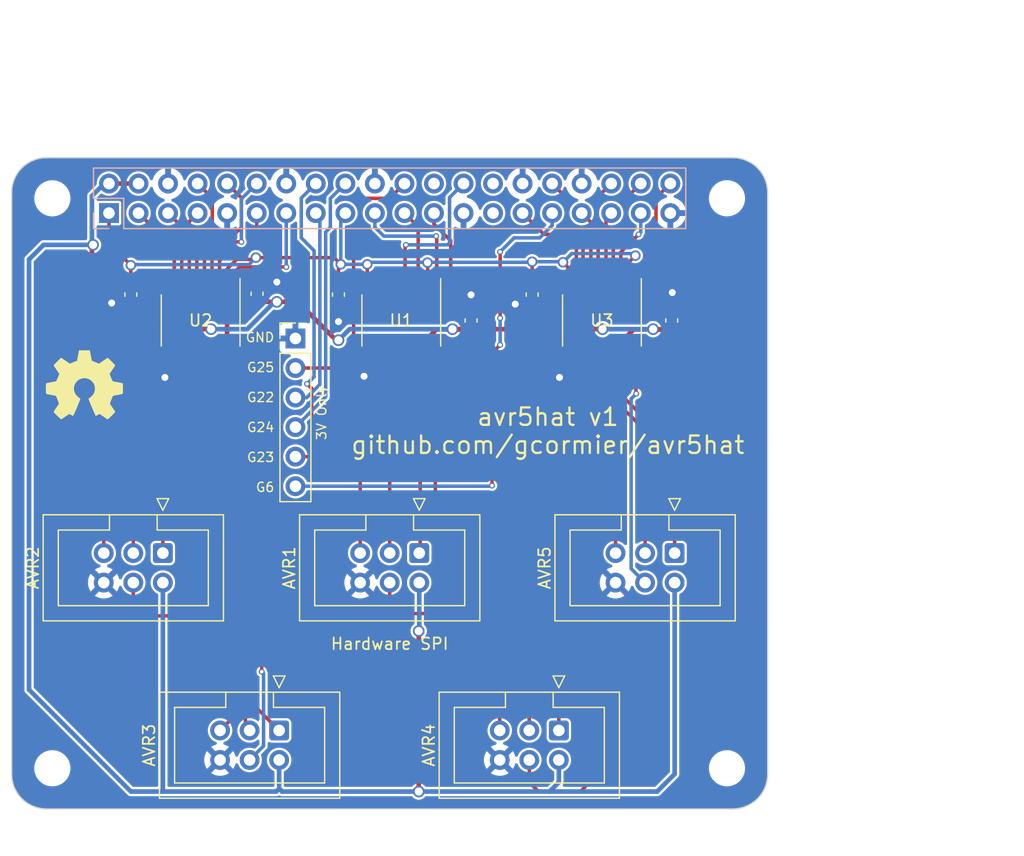
<source format=kicad_pcb>
(kicad_pcb (version 20211014) (generator pcbnew)
  (title_block (date "15 nov 2012"))
  (layers (0 "F.Cu" signal) (31 "B.Cu" signal) (34 "B.Paste" user) (35 "F.Paste" user) (36 "B.SilkS" user "B.Silkscreen") (37 "F.SilkS" user "F.Silkscreen") (38 "B.Mask" user) (39 "F.Mask" user) (44 "Edge.Cuts" user))
  (net 0 "")
  (net 1 "GND")
  (net 2 "MOSI_2")
  (net 3 "MISO_2")
  (net 4 "SCK_2")
  (net 5 "MOSI_3")
  (net 6 "MISO_3")
  (net 7 "RST_2")
  (net 8 "SCK_3")
  (net 9 "RST_3")
  (net 10 "/GPIO[24]")
  (net 11 "MOSI_1")
  (net 12 "MISO_1")
  (net 13 "RST_5")
  (net 14 "SCK_1")
  (net 15 "RST_1")
  (net 17 "/GPIO[8]{slash}SPI0.CE0")
  (net 19 "RST_4")
  (net 20 "MOSI_5")
  (net 21 "MISO_5")
  (net 22 "SCK_4")
  (net 23 "SCK_5")
  (net 24 "MISO_4")
  (net 25 "MOSI_4")
  (net 26 "MISO5_2")
  (net 27 "SCK5_2")
  (net 28 "MOSI5_2")
  (net 29 "RST5_2")
  (net 30 "+5V")
  (net 31 "+3V3")
  (net 32 "MISO5_3")
  (net 33 "SCK5_3")
  (net 34 "MOSI5_3")
  (net 35 "RST5_3")
  (net 36 "MISO5_4")
  (net 37 "SCK5_4")
  (net 38 "MOSI5_4")
  (net 39 "RST5_4")
  (net 40 "MISO5_5")
  (net 41 "SCK5_5")
  (net 42 "MOSI5_5")
  (net 43 "RST5_5")
  (net 44 "MISO5_1")
  (net 45 "SCK5_1")
  (net 46 "MOSI5_1")
  (net 47 "RST5_1")
  (net 56 "/GPIO[6]")
  (net 57 "/GPIO[25]")
  (net 58 "/GPIO[22]")
  (net 59 "/GPIO[23]")
  (footprint "MountingHole:MountingHole_2.7mm_M2.5" (layer "F.Cu") (at 161.5 47.5)
    (fp_text reference "MH2" hide)
    (fp_text value "MountingHole_2.7mm_M2.5" hide)
  )
  (footprint "Capacitor_SMD:C_0603_1608Metric" (layer "F.Cu") (at 144.75 55.775 -90)
    (fp_text reference "C5" hide)
    (fp_text value "0.1uF")
  )
  (footprint "Symbol:OSHW-Symbol_6.7x6mm_SilkScreen" (layer "F.Cu") (at 106.25 63.55)
    (fp_text reference "REF**" hide)
    (fp_text value "OSHW-Symbol_6.7x6mm_SilkScreen" hide)
  )
  (footprint "Package_SO:TSSOP-20_4.4x6.5mm_P0.65mm" (layer "F.Cu") (at 133.5 58 -90)
    (fp_text reference "U1")
    (fp_text value "TXS0108EPW")
  )
  (footprint "Package_SO:TSSOP-20_4.4x6.5mm_P0.65mm" (layer "F.Cu") (at 116.25 58 -90)
    (fp_text reference "U2")
    (fp_text value "TXS0108EPW")
  )
  (footprint "Capacitor_SMD:C_0603_1608Metric" (layer "F.Cu") (at 121.1 55.7 90)
    (fp_text reference "C4" hide)
    (fp_text value "0.1uF")
  )
  (footprint "Connector_IDC:IDC-Header_2x03_P2.54mm_Vertical" (layer "F.Cu") (at 157 78 -90)
    (fp_text reference "J6" hide)
    (fp_text value "AVR5")
  )
  (footprint "Connector_IDC:IDC-Header_2x03_P2.54mm_Vertical" (layer "F.Cu") (at 147.045 93.2475 -90)
    (fp_text reference "J2" hide)
    (fp_text value "AVR4")
  )
  (footprint "MountingHole:MountingHole_2.7mm_M2.5" (layer "F.Cu") (at 103.5 96.5)
    (fp_text reference "MH3" hide)
    (fp_text value "MountingHole_2.7mm_M2.5" hide)
  )
  (footprint "Capacitor_SMD:C_0603_1608Metric" (layer "F.Cu") (at 110.25 55.775 -90)
    (fp_text reference "C2" hide)
    (fp_text value "0.1uF")
  )
  (footprint "MountingHole:MountingHole_2.7mm_M2.5" (layer "F.Cu") (at 103.5 47.5)
    (fp_text reference "MH1" hide)
    (fp_text value "MountingHole_2.7mm_M2.5" hide)
  )
  (footprint "Capacitor_SMD:C_0603_1608Metric" (layer "F.Cu") (at 139.5 58 90)
    (fp_text reference "C3" hide)
    (fp_text value "0.1uF")
  )
  (footprint "Capacitor_SMD:C_0603_1608Metric" (layer "F.Cu") (at 128.1 55.775 -90)
    (fp_text reference "C1" hide)
    (fp_text value "0.1uF")
  )
  (footprint "Connector_IDC:IDC-Header_2x03_P2.54mm_Vertical" (layer "F.Cu") (at 123 93.2475 -90)
    (fp_text reference "J4" hide)
    (fp_text value "AVR3")
  )
  (footprint "MountingHole:MountingHole_2.7mm_M2.5" (layer "F.Cu") (at 161.5 96.5)
    (fp_text reference "MH4" hide)
    (fp_text value "MountingHole_2.7mm_M2.5" hide)
  )
  (footprint "Capacitor_SMD:C_0603_1608Metric" (layer "F.Cu") (at 156.75 58 90)
    (fp_text reference "C6" hide)
    (fp_text value "0.1uF")
  )
  (footprint "Connector_PinHeader_2.54mm:PinHeader_1x06_P2.54mm_Vertical" (layer "F.Cu") (at 124.4 59.55)
    (fp_text reference "J7" hide)
    (fp_text value "Aux")
  )
  (footprint "Connector_IDC:IDC-Header_2x03_P2.54mm_Vertical" (layer "F.Cu") (at 113 78 -90)
    (fp_text reference "J3" hide)
    (fp_text value "AVR2")
  )
  (footprint "Package_SO:TSSOP-20_4.4x6.5mm_P0.65mm" (layer "F.Cu") (at 150.75 58 -90)
    (fp_text reference "U3")
    (fp_text value "TXS0108EPW")
  )
  (footprint "Connector_IDC:IDC-Header_2x03_P2.54mm_Vertical" (layer "F.Cu") (at 135.045 78 -90)
    (fp_text reference "J5" hide)
    (fp_text value "AVR1")
  )
  (footprint "Connector_PinSocket_2.54mm:PinSocket_2x20_P2.54mm_Vertical" (layer "B.Cu") (at 108.37 48.77 -90)
    (fp_text reference "J1" hide)
    (fp_text value "GPIO")
  )
  (gr_arc (start 162 44) (mid 164.12132 44.87868) (end 165 47) (layer "Edge.Cuts") (width 0.1))
  (gr_line (start 165 97) (end 165 47) (layer "Edge.Cuts") (width 0.1))
  (gr_line (start 100 47) (end 100 81) (layer "Edge.Cuts") (width 0.1))
  (gr_arc (start 103 100) (mid 100.87868 99.12132) (end 100 97) (layer "Edge.Cuts") (width 0.1))
  (gr_line (start 103 100) (end 162 100) (layer "Edge.Cuts") (width 0.1))
  (gr_arc (start 165 97) (mid 164.12132 99.12132) (end 162 100) (layer "Edge.Cuts") (width 0.1))
  (gr_arc (start 100 47) (mid 100.87868 44.87868) (end 103 44) (layer "Edge.Cuts") (width 0.1))
  (gr_line (start 100 81) (end 100 97) (layer "Edge.Cuts") (width 0.1))
  (gr_line (start 162 44) (end 103 44) (layer "Edge.Cuts") (width 0.1))
  (gr_text "Hardware SPI" (at 132.5 85.8) (layer "F.SilkS") (effects (font (size 1 1))))
  (gr_text "3V Only" (at 126.65 65.95 90) (layer "F.SilkS") (effects (font (size 0.8 0.8) (thickness 0.12))))
  (gr_text "avr5hat v1\ngithub.com/gcormier/avr5hat" (at 146.1 67.5) (layer "F.SilkS") (effects (font (size 1.5 1.5) (thickness 0.2))))
  (gr_text "GND\n\nG25\n\nG22\n\nG24\n\nG23\n\nG6" (at 122.65 65.9) (layer "F.SilkS") (effects (font (size 0.8 0.8) (thickness 0.12)) (justify right)))
  (segment (start 121.1 54.925) (end 122.575 54.925) (width 0.3) (layer "F.Cu") (net 1))
  (segment (start 128.1 58.1) (end 128.1 56.55) (width 0.3) (layer "F.Cu") (net 1))
  (segment (start 147.825 60.8625) (end 147.825 62.175) (width 0.3) (layer "F.Cu") (net 1))
  (segment (start 110.25 56.55) (end 108.65 56.55) (width 0.3) (layer "F.Cu") (net 1))
  (segment (start 108.65 56.55) (end 108.6 56.5) (width 0.3) (layer "F.Cu") (net 1))
  (segment (start 122.575 54.925) (end 122.8 54.7) (width 0.3) (layer "F.Cu") (net 1))
  (segment (start 130.575 62.525) (end 130.3 62.8) (width 0.3) (layer "F.Cu") (net 1))
  (segment (start 139.5 57.225) (end 139.5 55.8) (width 0.3) (layer "F.Cu") (net 1))
  (segment (start 113.325 60.8625) (end 113.325 62.7505) (width 0.3) (layer "F.Cu") (net 1))
  (segment (start 144.75 56.55) (end 143.35 56.55) (width 0.3) (layer "F.Cu") (net 1))
  (segment (start 143.35 56.55) (end 143.3 56.6) (width 0.3) (layer "F.Cu") (net 1))
  (segment (start 156.75 57.225) (end 156.75 55.65) (width 0.3) (layer "F.Cu") (net 1))
  (segment (start 156.75 55.65) (end 156.8 55.6) (width 0.3) (layer "F.Cu") (net 1))
  (segment (start 147.825 62.175) (end 147.1 62.9) (width 0.3) (layer "F.Cu") (net 1))
  (segment (start 113.325 62.7505) (end 113.1755 62.9) (width 0.3) (layer "F.Cu") (net 1))
  (segment (start 130.575 60.8625) (end 130.575 62.525) (width 0.3) (layer "F.Cu") (net 1))
  (via (at 139.5 55.8) (size 0.9) (drill 0.6) (layers "F.Cu" "B.Cu") (net 1))
  (via (at 130.3 62.8) (size 0.9) (drill 0.6) (layers "F.Cu" "B.Cu") (net 1))
  (via (at 113.1755 62.9) (size 0.9) (drill 0.6) (layers "F.Cu" "B.Cu") (net 1))
  (via (at 143.3 56.6) (size 0.9) (drill 0.6) (layers "F.Cu" "B.Cu") (net 1))
  (via (at 128.1 58.1) (size 0.9) (drill 0.6) (layers "F.Cu" "B.Cu") (net 1))
  (via (at 122.8 54.7) (size 0.9) (drill 0.6) (layers "F.Cu" "B.Cu") (net 1))
  (via (at 147.1 62.9) (size 0.9) (drill 0.6) (layers "F.Cu" "B.Cu") (net 1))
  (via (at 108.6 56.5) (size 0.9) (drill 0.6) (layers "F.Cu" "B.Cu") (net 1))
  (via (at 156.8 55.6) (size 0.9) (drill 0.6) (layers "F.Cu" "B.Cu") (net 1))
  (segment (start 115.925 55.1375) (end 115.925 51.325) (width 0.3) (layer "F.Cu") (net 2))
  (segment (start 115.925 51.325) (end 117.25 50) (width 0.3) (layer "F.Cu") (net 2))
  (segment (start 117.25 50) (end 117.25 47.49) (width 0.3) (layer "F.Cu") (net 2))
  (segment (start 117.25 47.49) (end 115.99 46.23) (width 0.3) (layer "F.Cu") (net 2))
  (segment (start 115.275 49.485) (end 115.99 48.77) (width 0.3) (layer "F.Cu") (net 3))
  (segment (start 115.275 55.1375) (end 115.275 49.485) (width 0.3) (layer "F.Cu") (net 3))
  (segment (start 114.625 49.945) (end 114.625 55.1375) (width 0.3) (layer "F.Cu") (net 4))
  (segment (start 113.45 48.77) (end 114.625 49.945) (width 0.3) (layer "F.Cu") (net 4))
  (segment (start 123.61 53.41) (end 123.6 53.4) (width 0.3) (layer "F.Cu") (net 5))
  (segment (start 123.6 53.4) (end 119.6 53.4) (width 0.3) (layer "F.Cu") (net 5))
  (segment (start 119.175 53.825) (end 119.175 55.1375) (width 0.3) (layer "F.Cu") (net 5))
  (segment (start 119.6 53.4) (end 119.175 53.825) (width 0.3) (layer "F.Cu") (net 5))
  (via (at 123.61 53.41) (size 0.5) (drill 0.3) (layers "F.Cu" "B.Cu") (net 5))
  (segment (start 123.61 53.41) (end 123.61 48.77) (width 0.3) (layer "B.Cu") (net 5))
  (segment (start 121.07 48.77) (end 121.07 51.061371) (width 0.3) (layer "F.Cu") (net 6))
  (segment (start 119.881371 52.25) (end 118.5 52.25) (width 0.3) (layer "F.Cu") (net 6))
  (segment (start 117.875 52.875) (end 117.875 55.1375) (width 0.3) (layer "F.Cu") (net 6))
  (segment (start 118.5 52.25) (end 117.875 52.875) (width 0.3) (layer "F.Cu") (net 6))
  (segment (start 121.07 51.061371) (end 119.881371 52.25) (width 0.3) (layer "F.Cu") (net 6))
  (segment (start 113.975 51.835) (end 113.975 55.1375) (width 0.3) (layer "F.Cu") (net 7))
  (segment (start 110.91 48.77) (end 113.975 51.835) (width 0.3) (layer "F.Cu") (net 7))
  (segment (start 117.225 52.025) (end 117.225 55.1375) (width 0.3) (layer "F.Cu") (net 8))
  (segment (start 118 51.25) (end 117.225 52.025) (width 0.3) (layer "F.Cu") (net 8))
  (segment (start 119.75 51.25) (end 118 51.25) (width 0.3) (layer "F.Cu") (net 8))
  (via (at 119.75 51.25) (size 0.5) (drill 0.3) (layers "F.Cu" "B.Cu") (net 8))
  (segment (start 119.75 47.55) (end 119.75 51.25) (width 0.3) (layer "B.Cu") (net 8))
  (segment (start 121.07 46.23) (end 119.75 47.55) (width 0.3) (layer "B.Cu") (net 8))
  (segment (start 119.75 47.45) (end 118.53 46.23) (width 0.3) (layer "F.Cu") (net 9))
  (segment (start 119 50.75) (end 119.75 50) (width 0.3) (layer "F.Cu") (net 9))
  (segment (start 116.575 55.1375) (end 116.575 51.925) (width 0.3) (layer "F.Cu") (net 9))
  (segment (start 119.75 50) (end 119.75 47.45) (width 0.3) (layer "F.Cu") (net 9))
  (segment (start 116.575 51.925) (end 117.75 50.75) (width 0.3) (layer "F.Cu") (net 9))
  (segment (start 117.75 50.75) (end 119 50.75) (width 0.3) (layer "F.Cu") (net 9))
  (segment (start 127 64.57) (end 127 50.4) (width 0.3) (layer "B.Cu") (net 10))
  (segment (start 124.4 67.17) (end 127 64.57) (width 0.3) (layer "B.Cu") (net 10))
  (segment (start 127.4 50) (end 127.4 47.52) (width 0.3) (layer "B.Cu") (net 10))
  (segment (start 127 50.4) (end 127.4 50) (width 0.3) (layer "B.Cu") (net 10))
  (segment (start 127.4 47.52) (end 128.69 46.23) (width 0.3) (layer "B.Cu") (net 10))
  (segment (start 136.55 55.0125) (end 136.425 55.1375) (width 0.3) (layer "F.Cu") (net 11))
  (segment (start 136.5 50.75) (end 136.55 50.8) (width 0.3) (layer "F.Cu") (net 11))
  (segment (start 136.55 50.8) (end 136.55 55.0125) (width 0.3) (layer "F.Cu") (net 11))
  (via (at 136.5 50.75) (size 0.5) (drill 0.3) (layers "F.Cu" "B.Cu") (net 11))
  (segment (start 131.5 50.25) (end 132 50.75) (width 0.3) (layer "B.Cu") (net 11))
  (segment (start 131.23 49.98) (end 131.5 50.25) (width 0.3) (layer "B.Cu") (net 11))
  (segment (start 131.23 48.77) (end 131.23 49.98) (width 0.3) (layer "B.Cu") (net 11))
  (segment (start 132 50.75) (end 136.5 50.75) (width 0.3) (layer "B.Cu") (net 11))
  (segment (start 134.95 53.725) (end 135.125 53.9) (width 0.3) (layer "F.Cu") (net 12))
  (segment (start 134.95 49.95) (end 134.95 53.725) (width 0.3) (layer "F.Cu") (net 12))
  (segment (start 133.77 48.77) (end 134.95 49.95) (width 0.3) (layer "F.Cu") (net 12))
  (segment (start 135.125 53.9) (end 135.125 55.1375) (width 0.3) (layer "F.Cu") (net 12))
  (segment (start 151.1 55.1125) (end 151.075 55.1375) (width 0.3) (layer "F.Cu") (net 13))
  (segment (start 151.1 49.22) (end 151.1 55.1125) (width 0.3) (layer "F.Cu") (net 13))
  (segment (start 151.55 48.77) (end 151.1 49.22) (width 0.3) (layer "F.Cu") (net 13))
  (segment (start 137.75 51.151471) (end 137.75 56.5) (width 0.3) (layer "F.Cu") (net 14))
  (segment (start 136.31 48.77) (end 136.31 49.711471) (width 0.3) (layer "F.Cu") (net 14))
  (segment (start 134.475 56.475) (end 134.475 55.1375) (width 0.3) (layer "F.Cu") (net 14))
  (segment (start 137.75 56.5) (end 137.25 57) (width 0.3) (layer "F.Cu") (net 14))
  (segment (start 136.31 49.711471) (end 137.75 51.151471) (width 0.3) (layer "F.Cu") (net 14))
  (segment (start 137.25 57) (end 135 57) (width 0.3) (layer "F.Cu") (net 14))
  (segment (start 135 57) (end 134.475 56.475) (width 0.3) (layer "F.Cu") (net 14))
  (segment (start 133.825 51.575) (end 133.825 55.1375) (width 0.3) (layer "F.Cu") (net 15))
  (segment (start 133.9 51.5) (end 133.825 51.575) (width 0.3) (layer "F.Cu") (net 15))
  (via (at 133.9 51.5) (size 0.5) (drill 0.3) (layers "F.Cu" "B.Cu") (net 15))
  (segment (start 137.5 51.5) (end 137.65 51.35) (width 0.3) (layer "B.Cu") (net 15))
  (segment (start 133.9 51.5) (end 137.5 51.5) (width 0.3) (layer "B.Cu") (net 15))
  (segment (start 137.65 47.43) (end 138.85 46.23) (width 0.3) (layer "B.Cu") (net 15))
  (segment (start 137.65 51.35) (end 137.65 47.43) (width 0.3) (layer "B.Cu") (net 15))
  (segment (start 148.55 55.0625) (end 148.55 51.55) (width 0.3) (layer "F.Cu") (net 19))
  (segment (start 148.55 51.55) (end 147.6 50.6) (width 0.3) (layer "F.Cu") (net 19))
  (segment (start 147.6 50.6) (end 145.76 50.6) (width 0.3) (layer "F.Cu") (net 19))
  (segment (start 148.475 55.1375) (end 148.55 55.0625) (width 0.3) (layer "F.Cu") (net 19))
  (segment (start 145.76 50.6) (end 143.93 48.77) (width 0.3) (layer "F.Cu") (net 19))
  (segment (start 155.4 51.8) (end 155.4 47.46) (width 0.3) (layer "F.Cu") (net 20))
  (segment (start 155.4 47.46) (end 156.63 46.23) (width 0.3) (layer "F.Cu") (net 20))
  (segment (start 153.675 53.525) (end 155.4 51.8) (width 0.3) (layer "F.Cu") (net 20))
  (segment (start 153.675 55.1375) (end 153.675 53.525) (width 0.3) (layer "F.Cu") (net 20))
  (segment (start 152.375 55.1375) (end 152.375 52.125) (width 0.3) (layer "F.Cu") (net 21))
  (segment (start 152.375 52.125) (end 153.9 50.6) (width 0.3) (layer "F.Cu") (net 21))
  (via (at 153.9 50.6) (size 0.5) (drill 0.3) (layers "F.Cu" "B.Cu") (net 21))
  (segment (start 154.09 50.41) (end 153.9 50.6) (width 0.3) (layer "B.Cu") (net 21))
  (segment (start 154.09 48.77) (end 154.09 50.41) (width 0.3) (layer "B.Cu") (net 21))
  (segment (start 149.125 55.1375) (end 149.125 50.625) (width 0.3) (layer "F.Cu") (net 22))
  (segment (start 147.7 49.2) (end 147.7 47.46) (width 0.3) (layer "F.Cu") (net 22))
  (segment (start 147.7 47.46) (end 146.47 46.23) (width 0.3) (layer "F.Cu") (net 22))
  (segment (start 149.125 50.625) (end 147.7 49.2) (width 0.3) (layer "F.Cu") (net 22))
  (segment (start 152.8 47.52) (end 154.09 46.23) (width 0.3) (layer "F.Cu") (net 23))
  (segment (start 151.725 55.1375) (end 151.725 51.175) (width 0.3) (layer "F.Cu") (net 23))
  (segment (start 152.8 50.1) (end 152.8 47.52) (width 0.3) (layer "F.Cu") (net 23))
  (segment (start 151.725 51.175) (end 152.8 50.1) (width 0.3) (layer "F.Cu") (net 23))
  (segment (start 149.775 55.1375) (end 149.8 55.1125) (width 0.3) (layer "F.Cu") (net 24))
  (segment (start 149.8 55.1125) (end 149.8 49.56) (width 0.3) (layer "F.Cu") (net 24))
  (segment (start 149.8 49.56) (end 149.01 48.77) (width 0.3) (layer "F.Cu") (net 24))
  (segment (start 150.425 49.342057) (end 150.35 49.267057) (width 0.3) (layer "F.Cu") (net 25))
  (segment (start 150.35 47.43) (end 151.55 46.23) (width 0.3) (layer "F.Cu") (net 25))
  (segment (start 150.425 55.1375) (end 150.425 49.342057) (width 0.3) (layer "F.Cu") (net 25))
  (segment (start 150.35 49.267057) (end 150.35 47.43) (width 0.3) (layer "F.Cu") (net 25))
  (segment (start 115.275 65.725) (end 115.275 60.8625) (width 0.3) (layer "F.Cu") (net 26))
  (segment (start 113 68) (end 115.275 65.725) (width 0.3) (layer "F.Cu") (net 26))
  (segment (start 113 78) (end 113 68) (width 0.3) (layer "F.Cu") (net 26))
  (segment (start 110.46 78) (end 110.46 69.14) (width 0.3) (layer "F.Cu") (net 27))
  (segment (start 110.46 69.14) (end 114.625 64.975) (width 0.3) (layer "F.Cu") (net 27))
  (segment (start 114.625 64.975) (end 114.625 60.8625) (width 0.3) (layer "F.Cu") (net 27))
  (segment (start 110.46 82.76) (end 111.1 83.4) (width 0.3) (layer "F.Cu") (net 28))
  (segment (start 115.9 60.8875) (end 115.925 60.8625) (width 0.3) (layer "F.Cu") (net 28))
  (segment (start 111.1 83.4) (end 115 83.4) (width 0.3) (layer "F.Cu") (net 28))
  (segment (start 115 83.4) (end 115.9 82.5) (width 0.3) (layer "F.Cu") (net 28))
  (segment (start 115.9 82.5) (end 115.9 60.8875) (width 0.3) (layer "F.Cu") (net 28))
  (segment (start 110.46 80.54) (end 110.46 82.76) (width 0.3) (layer "F.Cu") (net 28))
  (segment (start 113.975 64.325) (end 113.975 60.8625) (width 0.3) (layer "F.Cu") (net 29))
  (segment (start 107.92 78) (end 107.92 70.38) (width 0.3) (layer "F.Cu") (net 29))
  (segment (start 107.92 70.38) (end 113.975 64.325) (width 0.3) (layer "F.Cu") (net 29))
  (segment (start 127.9 59.7) (end 124.6 56.4) (width 0.4) (layer "F.Cu") (net 30))
  (segment (start 136.525 58.775) (end 135.775 59.525) (width 0.4) (layer "F.Cu") (net 30))
  (segment (start 124.6 56.4) (end 122.8 56.4) (width 0.4) (layer "F.Cu") (net 30))
  (segment (start 135 84.7) (end 135 98.5) (width 0.4) (layer "F.Cu") (net 30))
  (segment (start 156.75 58.775) (end 153.475 58.775) (width 0.4) (layer "F.Cu") (net 30))
  (segment (start 153.475 58.775) (end 153.025 59.225) (width 0.4) (layer "F.Cu") (net 30))
  (segment (start 155.175 58.775) (end 156.75 58.775) (width 0.4) (layer "F.Cu") (net 30))
  (segment (start 118.525 58.075) (end 118.525 60.8625) (width 0.4) (layer "F.Cu") (net 30))
  (segment (start 121.175 56.4) (end 121.1 56.475) (width 0.4) (layer "F.Cu") (net 30))
  (segment (start 106.9 51.6) (end 107 51.5) (width 0.4) (layer "F.Cu") (net 30))
  (segment (start 106.9 58.1) (end 106.9 51.6) (width 0.4) (layer "F.Cu") (net 30))
  (segment (start 137.925 58.775) (end 139.5 58.775) (width 0.4) (layer "F.Cu") (net 30))
  (segment (start 121.1 56.475) (end 120.125 56.475) (width 0.4) (layer "F.Cu") (net 30))
  (segment (start 135.775 59.525) (end 135.775 60.8625) (width 0.4) (layer "F.Cu") (net 30))
  (segment (start 153.025 59.225) (end 153.025 60.8625) (width 0.4) (layer "F.Cu") (net 30))
  (segment (start 155.15 58.75) (end 155.175 58.775) (width 0.4) (layer "F.Cu") (net 30))
  (segment (start 117.15 58.75) (end 107.55 58.75) (width 0.4) (layer "F.Cu") (net 30))
  (segment (start 122.8 56.4) (end 121.175 56.4) (width 0.4) (layer "F.Cu") (net 30))
  (segment (start 107.55 58.75) (end 106.9 58.1) (width 0.4) (layer "F.Cu") (net 30))
  (segment (start 137.9 58.75) (end 150.8 58.75) (width 0.4) (layer "F.Cu") (net 30))
  (segment (start 120.125 56.475) (end 118.525 58.075) (width 0.4) (layer "F.Cu") (net 30))
  (segment (start 137.9 58.75) (end 137.925 58.775) (width 0.4) (layer "F.Cu") (net 30))
  (segment (start 108.37 46.23) (end 110.91 46.23) (width 0.4) (layer "F.Cu") (net 30))
  (segment (start 128.1 59.7) (end 127.9 59.7) (width 0.4) (layer "F.Cu") (net 30))
  (segment (start 139.5 58.775) (end 136.525 58.775) (width 0.4) (layer "F.Cu") (net 30))
  (via (at 122.8 56.4) (size 1) (drill 0.7) (layers "F.Cu" "B.Cu") (net 30))
  (via (at 128.1 59.7) (size 1) (drill 0.7) (layers "F.Cu" "B.Cu") (net 30))
  (via (at 135 84.7) (size 1) (drill 0.7) (layers "F.Cu" "B.Cu") (net 30))
  (via (at 137.9 58.75) (size 1) (drill 0.7) (layers "F.Cu" "B.Cu") (net 30))
  (via (at 135 98.5) (size 1) (drill 0.7) (layers "F.Cu" "B.Cu") (net 30))
  (via (at 150.8 58.75) (size 1) (drill 0.7) (layers "F.Cu" "B.Cu") (net 30))
  (via (at 155.15 58.75) (size 1) (drill 0.7) (layers "F.Cu" "B.Cu") (net 30))
  (via (at 107 51.5) (size 1) (drill 0.7) (layers "F.Cu" "B.Cu") (net 30))
  (via (at 117.15 58.75) (size 1) (drill 0.7) (layers "F.Cu" "B.Cu") (net 30))
  (segment (start 157 97) (end 157 80.54) (width 0.4) (layer "B.Cu") (net 30))
  (segment (start 135.045 80.54) (end 135.045 84.655) (width 0.4) (layer "B.Cu") (net 30))
  (segment (start 129.05 58.75) (end 137.9 58.75) (width 0.4) (layer "B.Cu") (net 30))
  (segment (start 155.5 98.5) (end 157 97) (width 0.4) (layer "B.Cu") (net 30))
  (segment (start 102.75 51.5) (end 101.5 52.75) (width 0.4) (layer "B.Cu") (net 30))
  (segment (start 107 51.5) (end 102.75 51.5) (width 0.4) (layer "B.Cu") (net 30))
  (segment (start 101.5 52.75) (end 101.5 89.75) (width 0.4) (layer "B.Cu") (net 30))
  (segment (start 146.25 98.5) (end 155.5 98.5) (width 0.4) (layer "B.Cu") (net 30))
  (segment (start 123.25 98.5) (end 135 98.5) (width 0.4) (layer "B.Cu") (net 30))
  (segment (start 123 98.25) (end 123.25 98.5) (width 0.4) (layer "B.Cu") (net 30))
  (segment (start 113 98.5) (end 122.75 98.5) (width 0.4) (layer "B.Cu") (net 30))
  (segment (start 113 98.5) (end 113 80.54) (width 0.4) (layer "B.Cu") (net 30))
  (segment (start 147.045 97.705) (end 147.045 95.7875) (width 0.4) (layer "B.Cu") (net 30))
  (segment (start 120.25 58.75) (end 122.6 56.4) (width 0.4) (layer "B.Cu") (net 30))
  (segment (start 107.97 46.23) (end 108.37 46.23) (width 0.4) (layer "B.Cu") (net 30))
  (segment (start 135 98.5) (end 146.25 98.5) (width 0.4) (layer "B.Cu") (net 30))
  (segment (start 123 98) (end 123 95.7875) (width 0.4) (layer "B.Cu") (net 30))
  (segment (start 110.25 98.5) (end 113 98.5) (width 0.4) (layer "B.Cu") (net 30))
  (segment (start 122.75 98.5) (end 123 98.25) (width 0.4) (layer "B.Cu") (net 30))
  (segment (start 150.8 58.75) (end 155.15 58.75) (width 0.4) (layer "B.Cu") (net 30))
  (segment (start 117.15 58.75) (end 120.25 58.75) (width 0.4) (layer "B.Cu") (net 30))
  (segment (start 106.9 51.4) (end 106.9 47.3) (width 0.4) (layer "B.Cu") (net 30))
  (segment (start 107 51.5) (end 106.9 51.4) (width 0.4) (layer "B.Cu") (net 30))
  (segment (start 146.25 98.5) (end 147.045 97.705) (width 0.4) (layer "B.Cu") (net 30))
  (segment (start 101.5 89.75) (end 110.25 98.5) (width 0.4) (layer "B.Cu") (net 30))
  (segment (start 128.1 59.7) (end 129.05 58.75) (width 0.4) (layer "B.Cu") (net 30))
  (segment (start 135.045 84.655) (end 135 84.7) (width 0.4) (layer "B.Cu") (net 30))
  (segment (start 106.9 47.3) (end 107.97 46.23) (width 0.4) (layer "B.Cu") (net 30))
  (segment (start 122.6 56.4) (end 122.8 56.4) (width 0.4) (layer "B.Cu") (net 30))
  (segment (start 121 52.6) (end 120.85 52.75) (width 0.3) (layer "F.Cu") (net 31))
  (segment (start 128.3 53.175) (end 128.1 53.375) (width 0.3) (layer "F.Cu") (net 31))
  (segment (start 128.1 53.375) (end 128.1 55) (width 0.3) (layer "F.Cu") (net 31))
  (segment (start 108.37 51.37) (end 108.37 48.77) (width 0.3) (layer "F.Cu") (net 31))
  (segment (start 128.3 53.175) (end 127.725 52.6) (width 0.3) (layer "F.Cu") (net 31))
  (segment (start 110.25 55) (end 113.1875 55) (width 0.3) (layer "F.Cu") (net 31))
  (segment (start 135.775 53.0495) (end 135.775 55.1375) (width 0.3) (layer "F.Cu") (net 31))
  (segment (start 127.725 52.6) (end 121 52.6) (width 0.3) (layer "F.Cu") (net 31))
  (segment (start 110.25 53.25) (end 108.37 51.37) (width 0.3) (layer "F.Cu") (net 31))
  (segment (start 135.7505 53.025) (end 135.775 53.0495) (width 0.3) (layer "F.Cu") (net 31))
  (segment (start 119.35 52.75) (end 118.525 53.575) (width 0.3) (layer "F.Cu") (net 31))
  (segment (start 153.025 53.025) (end 153.025 55.1375) (width 0.3) (layer "F.Cu") (net 31))
  (segment (start 144.75 52.95) (end 144.75 55) (width 0.3) (layer "F.Cu") (net 31))
  (segment (start 147.4 53) (end 147.825 53.425) (width 0.3) (layer "F.Cu") (net 31))
  (segment (start 120.85 52.75) (end 119.35 52.75) (width 0.3) (layer "F.Cu") (net 31))
  (segment (start 113.1875 55) (end 113.325 55.1375) (width 0.3) (layer "F.Cu") (net 31))
  (segment (start 147.825 53.425) (end 147.825 55.1375) (width 0.3) (layer "F.Cu") (net 31))
  (segment (start 130.575 53.175) (end 130.575 55.1375) (width 0.3) (layer "F.Cu") (net 31))
  (segment (start 153.625 52.425) (end 153.025 53.025) (width 0.3) (layer "F.Cu") (net 31))
  (segment (start 118.525 53.575) (end 118.525 55.1375) (width 0.3) (layer "F.Cu") (net 31))
  (segment (start 110.25 53.25) (end 110.25 55) (width 0.3) (layer "F.Cu") (net 31))
  (via (at 128.3 53.175) (size 0.9) (drill 0.6) (layers "F.Cu" "B.Cu") (net 31))
  (via (at 144.75 52.95) (size 0.9) (drill 0.6) (layers "F.Cu" "B.Cu") (net 31))
  (via (at 110.25 53.25) (size 0.9) (drill 0.6) (layers "F.Cu" "B.Cu") (net 31))
  (via (at 135.7505 53.025) (size 0.9) (drill 0.6) (layers "F.Cu" "B.Cu") (net 31))
  (via (at 130.575 53.175) (size 0.9) (drill 0.6) (layers "F.Cu" "B.Cu") (net 31))
  (via (at 121 52.6) (size 0.9) (drill 0.6) (layers "F.Cu" "B.Cu") (net 31))
  (via (at 147.4 53) (size 0.9) (drill 0.6) (layers "F.Cu" "B.Cu") (net 31))
  (via (at 153.625 52.425) (size 0.9) (drill 0.6) (layers "F.Cu" "B.Cu") (net 31))
  (segment (start 153.625 52.425) (end 153.45 52.25) (width 0.3) (layer "B.Cu") (net 31))
  (segment (start 128.3 49.16) (end 128.69 48.77) (width 0.3) (layer "B.Cu") (net 31))
  (segment (start 130.575 53.175) (end 130.75 53) (width 0.3) (layer "B.Cu") (net 31))
  (segment (start 121 52.6) (end 120.4 53.2) (width 0.3) (layer "B.Cu") (net 31))
  (segment (start 128.3 53.175) (end 128.3 49.16) (width 0.3) (layer "B.Cu") (net 31))
  (segment (start 144.75 52.95) (end 144.7 53) (width 0.3) (layer "B.Cu") (net 31))
  (segment (start 130.75 53) (end 135.7255 53) (width 0.3) (layer "B.Cu") (net 31))
  (segment (start 148.15 52.25) (end 147.4 53) (width 0.3) (layer "B.Cu") (net 31))
  (segment (start 153.45 52.25) (end 148.15 52.25) (width 0.3) (layer "B.Cu") (net 31))
  (segment (start 135.7255 53) (end 135.7505 53.025) (width 0.3) (layer "B.Cu") (net 31))
  (segment (start 135.7755 53) (end 135.7505 53.025) (width 0.3) (layer "B.Cu") (net 31))
  (segment (start 147.4 53) (end 147.35 52.95) (width 0.3) (layer "B.Cu") (net 31))
  (segment (start 144.7 53) (end 135.7755 53) (width 0.3) (layer "B.Cu") (net 31))
  (segment (start 128.3 53.175) (end 130.575 53.175) (width 0.3) (layer "B.Cu") (net 31))
  (segment (start 110.3 53.2) (end 110.25 53.25) (width 0.3) (layer "B.Cu") (net 31))
  (segment (start 120.4 53.2) (end 110.3 53.2) (width 0.3) (layer "B.Cu") (net 31))
  (segment (start 147.35 52.95) (end 144.75 52.95) (width 0.3) (layer "B.Cu") (net 31))
  (segment (start 120.8 91.0475) (end 123 93.2475) (width 0.3) (layer "F.Cu") (net 32))
  (segment (start 120.8 65.9) (end 120.8 91.0475) (width 0.3) (layer "F.Cu") (net 32))
  (segment (start 117.875 60.8625) (end 117.875 62.975) (width 0.3) (layer "F.Cu") (net 32))
  (segment (start 117.875 62.975) (end 120.8 65.9) (width 0.3) (layer "F.Cu") (net 32))
  (segment (start 120.1 92.8875) (end 120.46 93.2475) (width 0.3) (layer "F.Cu") (net 33))
  (segment (start 117.225 63.225) (end 120.1 66.1) (width 0.3) (layer "F.Cu") (net 33))
  (segment (start 117.225 60.8625) (end 117.225 63.225) (width 0.3) (layer "F.Cu") (net 33))
  (segment (start 120.1 66.1) (end 120.1 92.8875) (width 0.3) (layer "F.Cu") (net 33))
  (segment (start 121.5 65.1) (end 121.5 88.2) (width 0.3) (layer "F.Cu") (net 34))
  (segment (start 119.175 62.775) (end 121.5 65.1) (width 0.3) (layer "F.Cu") (net 34))
  (segment (start 119.175 60.8625) (end 119.175 62.775) (width 0.3) (layer "F.Cu") (net 34))
  (via (at 121.5 88.2) (size 0.5) (drill 0.3) (layers "F.Cu" "B.Cu") (net 34))
  (segment (start 121.66 94.5875) (end 120.46 95.7875) (width 0.3) (layer "B.Cu") (net 34))
  (segment (start 121.66 88.36) (end 121.66 94.5875) (width 0.3) (layer "B.Cu") (net 34))
  (segment (start 121.5 88.2) (end 121.66 88.36) (width 0.3) (layer "B.Cu") (net 34))
  (segment (start 119.4 66.2) (end 119.4 91.7675) (width 0.3) (layer "F.Cu") (net 35))
  (segment (start 119.4 91.7675) (end 117.92 93.2475) (width 0.3) (layer "F.Cu") (net 35))
  (segment (start 116.575 63.375) (end 119.4 66.2) (width 0.3) (layer "F.Cu") (net 35))
  (segment (start 116.575 60.8625) (end 116.575 63.375) (width 0.3) (layer "F.Cu") (net 35))
  (segment (start 147.045 67.155) (end 149.775 64.425) (width 0.3) (layer "F.Cu") (net 36))
  (segment (start 147.045 93.2475) (end 147.045 67.155) (width 0.3) (layer "F.Cu") (net 36))
  (segment (start 149.775 64.425) (end 149.775 60.8625) (width 0.3) (layer "F.Cu") (net 36))
  (segment (start 149.125 63.875) (end 144.5 68.5) (width 0.3) (layer "F.Cu") (net 37))
  (segment (start 144.5 93.2425) (end 144.505 93.2475) (width 0.3) (layer "F.Cu") (net 37))
  (segment (start 149.125 60.8625) (end 149.125 63.875) (width 0.3) (layer "F.Cu") (net 37))
  (segment (start 144.5 68.5) (end 144.5 93.2425) (width 0.3) (layer "F.Cu") (net 37))
  (segment (start 150.425 60.8625) (end 150.425 64.975) (width 0.3) (layer "F.Cu") (net 38))
  (segment (start 145.3 98.5) (end 144.505 97.705) (width 0.3) (layer "F.Cu") (net 38))
  (segment (start 150.425 64.975) (end 149.3 66.1) (width 0.3) (layer "F.Cu") (net 38))
  (segment (start 144.505 97.705) (end 144.505 95.7875) (width 0.3) (layer "F.Cu") (net 38))
  (segment (start 149.3 66.1) (end 149.3 98.1) (width 0.3) (layer "F.Cu") (net 38))
  (segment (start 148.9 98.5) (end 145.3 98.5) (width 0.3) (layer "F.Cu") (net 38))
  (segment (start 149.3 98.1) (end 148.9 98.5) (width 0.3) (layer "F.Cu") (net 38))
  (segment (start 148.475 63.225) (end 141.965 69.735) (width 0.3) (layer "F.Cu") (net 39))
  (segment (start 141.965 69.735) (end 141.965 93.2475) (width 0.3) (layer "F.Cu") (net 39))
  (segment (start 148.475 60.8625) (end 148.475 63.225) (width 0.3) (layer "F.Cu") (net 39))
  (segment (start 157 69) (end 152.375 64.375) (width 0.3) (layer "F.Cu") (net 40))
  (segment (start 152.375 64.375) (end 152.375 60.8625) (width 0.3) (layer "F.Cu") (net 40))
  (segment (start 157 78) (end 157 69) (width 0.3) (layer "F.Cu") (net 40))
  (segment (start 151.725 64.725) (end 154.46 67.46) (width 0.3) (layer "F.Cu") (net 41))
  (segment (start 151.725 60.8625) (end 151.725 64.725) (width 0.3) (layer "F.Cu") (net 41))
  (segment (start 154.46 67.46) (end 154.46 78) (width 0.3) (layer "F.Cu") (net 41))
  (segment (start 153.675 60.8625) (end 153.675 64.275) (width 0.3) (layer "F.Cu") (net 42))
  (segment (start 153.675 64.275) (end 153.7 64.3) (width 0.3) (layer "F.Cu") (net 42))
  (via (at 153.7 64.3) (size 0.5) (drill 0.3) (layers "F.Cu" "B.Cu") (net 42))
  (segment (start 153.7 64.3) (end 153.26 64.74) (width 0.3) (layer "B.Cu") (net 42))
  (segment (start 153.26 64.74) (end 153.26 79.34) (width 0.3) (layer "B.Cu") (net 42))
  (segment (start 153.26 79.34) (end 154.46 80.54) (width 0.3) (layer "B.Cu") (net 42))
  (segment (start 151.92 65.82) (end 151.92 78) (width 0.3) (layer "F.Cu") (net 43))
  (segment (start 151.075 64.975) (end 151.92 65.82) (width 0.3) (layer "F.Cu") (net 43))
  (segment (start 151.075 60.8625) (end 151.075 64.975) (width 0.3) (layer "F.Cu") (net 43))
  (segment (start 135.125 77.92) (end 135.045 78) (width 0.3) (layer "F.Cu") (net 44))
  (segment (start 135.125 60.8625) (end 135.125 77.92) (width 0.3) (layer "F.Cu") (net 44))
  (segment (start 134.475 60.8625) (end 134.475 64.625) (width 0.3) (layer "F.Cu") (net 45))
  (segment (start 132.505 66.595) (end 132.505 78) (width 0.3) (layer "F.Cu") (net 45))
  (segment (start 134.475 64.625) (end 132.505 66.595) (width 0.3) (layer "F.Cu") (net 45))
  (segment (start 136.425 73.525) (end 137.8 74.9) (width 0.3) (layer "F.Cu") (net 46))
  (segment (start 132.505 82.505) (end 132.505 80.54) (width 0.3) (layer "F.Cu") (net 46))
  (segment (start 137.1 83.2) (end 133.2 83.2) (width 0.3) (layer "F.Cu") (net 46))
  (segment (start 137.8 74.9) (end 137.8 82.5) (width 0.3) (layer "F.Cu") (net 46))
  (segment (start 133.2 83.2) (end 132.505 82.505) (width 0.3) (layer "F.Cu") (net 46))
  (segment (start 137.8 82.5) (end 137.1 83.2) (width 0.3) (layer "F.Cu") (net 46))
  (segment (start 136.425 60.8625) (end 136.425 73.525) (width 0.3) (layer "F.Cu") (net 46))
  (segment (start 133.825 60.8625) (end 133.825 62.475) (width 0.3) (layer "F.Cu") (net 47))
  (segment (start 133.825 62.475) (end 129.965 66.335) (width 0.3) (layer "F.Cu") (net 47))
  (segment (start 129.965 66.335) (end 129.965 78) (width 0.3) (layer "F.Cu") (net 47))
  (segment (start 142 57.8) (end 142 52.1) (width 0.3) (layer "F.Cu") (net 56))
  (segment (start 142 60.1) (end 141.3 60.8) (width 0.3) (layer "F.Cu") (net 56))
  (segment (start 141.3 60.8) (end 141.3 72.2) (width 0.3) (layer "F.Cu") (net 56))
  (via (at 141.3 72.2) (size 0.5) (drill 0.3) (layers "F.Cu" "B.Cu") (net 56))
  (via (at 142 52.1) (size 0.5) (drill 0.3) (layers "F.Cu" "B.Cu") (net 56))
  (via (at 142 60.1) (size 0.5) (drill 0.3) (layers "F.Cu" "B.Cu") (net 56))
  (via (at 142 57.8) (size 0.5) (drill 0.3) (layers "F.Cu" "B.Cu") (net 56))
  (segment (start 143.2 50.9) (end 145.4 50.9) (width 0.3) (layer "B.Cu") (net 56))
  (segment (start 141.25 72.25) (end 141.3 72.2) (width 0.3) (layer "B.Cu") (net 56))
  (segment (start 142 60.1) (end 142 57.8) (width 0.3) (layer "B.Cu") (net 56))
  (segment (start 124.4 72.25) (end 141.25 72.25) (width 0.3) (layer "B.Cu") (net 56))
  (segment (start 142 52.1) (end 143.2 50.9) (width 0.3) (layer "B.Cu") (net 56))
  (segment (start 145.4 50.9) (end 146.47 49.83) (width 0.3) (layer "B.Cu") (net 56))
  (segment (start 146.47 49.83) (end 146.47 48.77) (width 0.3) (layer "B.Cu") (net 56))
  (segment (start 130 51.1) (end 129.4 51.7) (width 0.3) (layer "F.Cu") (net 57))
  (segment (start 128.31 62.09) (end 124.4 62.09) (width 0.3) (layer "F.Cu") (net 57))
  (segment (start 129.4 61) (end 128.31 62.09) (width 0.3) (layer "F.Cu") (net 57))
  (segment (start 129.4 51.7) (end 129.4 61) (width 0.3) (layer "F.Cu") (net 57))
  (segment (start 130.1 47.5) (end 130 47.6) (width 0.3) (layer "F.Cu") (net 57))
  (segment (start 132.5 47.5) (end 130.1 47.5) (width 0.3) (layer "F.Cu") (net 57))
  (segment (start 130 47.6) (end 130 51.1) (width 0.3) (layer "F.Cu") (net 57))
  (segment (start 133.77 46.23) (end 132.5 47.5) (width 0.3) (layer "F.Cu") (net 57))
  (segment (start 125.37 64.63) (end 126.5 63.5) (width 0.3) (layer "B.Cu") (net 58))
  (segment (start 126.5 63.5) (end 126.5 49.12) (width 0.3) (layer "B.Cu") (net 58))
  (segment (start 124.4 64.63) (end 125.37 64.63) (width 0.3) (layer "B.Cu") (net 58))
  (segment (start 126.5 49.12) (end 126.15 48.77) (width 0.3) (layer "B.Cu") (net 58))
  (segment (start 125.8 63.85) (end 125.8 69.5) (width 0.3) (layer "F.Cu") (net 59))
  (segment (start 125.4 63.45) (end 125.8 63.85) (width 0.3) (layer "F.Cu") (net 59))
  (segment (start 125.8 69.5) (end 125.59 69.71) (width 0.3) (layer "F.Cu") (net 59))
  (segment (start 125.59 69.71) (end 124.4 69.71) (width 0.3) (layer "F.Cu") (net 59))
  (via (at 125.4 63.45) (size 0.5) (drill 0.3) (layers "F.Cu" "B.Cu") (net 59))
  (segment (start 124.9 50.9) (end 124.9 47.48) (width 0.3) (layer "B.Cu") (net 59))
  (segment (start 126 52) (end 124.9 50.9) (width 0.3) (layer "B.Cu") (net 59))
  (segment (start 126 62.85) (end 126 52) (width 0.3) (layer "B.Cu") (net 59))
  (segment (start 125.4 63.45) (end 126 62.85) (width 0.3) (layer "B.Cu") (net 59))
  (segment (start 124.9 47.48) (end 126.15 46.23) (width 0.3) (layer "B.Cu") (net 59))
  (zone (net 1) (net_name "GND") (layer "B.Cu") (connect_pads (clearance 0)) (min_thickness 0.254) (fill yes (thermal_gap 0.508) (thermal_bridge_width 0.508))
    (polygon (pts (xy 167 101) (xy 99 101) (xy 99 43) (xy 167 43)))
  )
)
</source>
